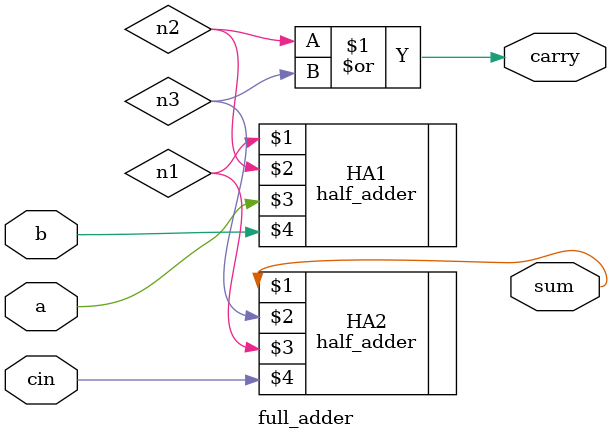
<source format=v>

module full_adder(output sum,carry, input a,b,cin);
wire n1,n2,n3;

half_adder HA1(n1,n2,a,b);
half_adder HA2(sum,n3,n1,cin);
or O1(carry, n2,n3);

endmodule

</source>
